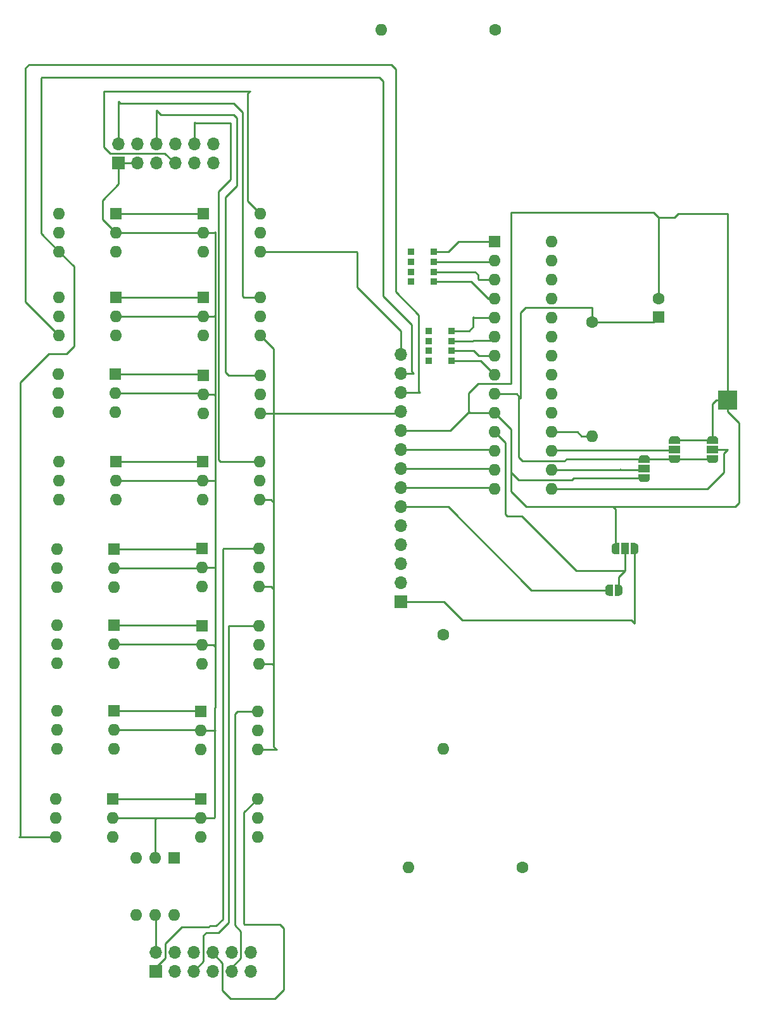
<source format=gbr>
%TF.GenerationSoftware,KiCad,Pcbnew,(5.1.9-0-10_14)*%
%TF.CreationDate,2021-02-14T15:56:36+00:00*%
%TF.ProjectId,solar_mux_1,736f6c61-725f-46d7-9578-5f312e6b6963,rev?*%
%TF.SameCoordinates,Original*%
%TF.FileFunction,Copper,L1,Top*%
%TF.FilePolarity,Positive*%
%FSLAX46Y46*%
G04 Gerber Fmt 4.6, Leading zero omitted, Abs format (unit mm)*
G04 Created by KiCad (PCBNEW (5.1.9-0-10_14)) date 2021-02-14 15:56:36*
%MOMM*%
%LPD*%
G01*
G04 APERTURE LIST*
%TA.AperFunction,ComponentPad*%
%ADD10R,1.600000X1.600000*%
%TD*%
%TA.AperFunction,ComponentPad*%
%ADD11C,1.600000*%
%TD*%
%TA.AperFunction,ComponentPad*%
%ADD12R,1.700000X1.700000*%
%TD*%
%TA.AperFunction,ComponentPad*%
%ADD13O,1.700000X1.700000*%
%TD*%
%TA.AperFunction,SMDPad,CuDef*%
%ADD14C,0.100000*%
%TD*%
%TA.AperFunction,SMDPad,CuDef*%
%ADD15R,1.500000X1.000000*%
%TD*%
%TA.AperFunction,SMDPad,CuDef*%
%ADD16R,1.000000X1.500000*%
%TD*%
%TA.AperFunction,ComponentPad*%
%ADD17O,1.600000X1.600000*%
%TD*%
%TA.AperFunction,SMDPad,CuDef*%
%ADD18R,0.900000X0.900000*%
%TD*%
%TA.AperFunction,SMDPad,CuDef*%
%ADD19R,2.500000X2.500000*%
%TD*%
%TA.AperFunction,Conductor*%
%ADD20C,0.250000*%
%TD*%
G04 APERTURE END LIST*
D10*
%TO.P,C1,1*%
%TO.N,+5V*%
X-185039000Y-124079000D03*
D11*
%TO.P,C1,2*%
%TO.N,GND*%
X-185039000Y-121579000D03*
%TD*%
D12*
%TO.P,J1,1*%
%TO.N,+5V*%
X-219456000Y-162052000D03*
D13*
%TO.P,J1,2*%
%TO.N,+3V3*%
X-219456000Y-159512000D03*
%TO.P,J1,3*%
%TO.N,V_D*%
X-219456000Y-156972000D03*
%TO.P,J1,4*%
%TO.N,SDA*%
X-219456000Y-154432000D03*
%TO.P,J1,5*%
%TO.N,SCL*%
X-219456000Y-151892000D03*
%TO.P,J1,6*%
%TO.N,Net-(J1-Pad6)*%
X-219456000Y-149352000D03*
%TO.P,J1,7*%
%TO.N,MISO*%
X-219456000Y-146812000D03*
%TO.P,J1,8*%
%TO.N,MOSI*%
X-219456000Y-144272000D03*
%TO.P,J1,9*%
%TO.N,SCK*%
X-219456000Y-141732000D03*
%TO.P,J1,10*%
%TO.N,GND*%
X-219456000Y-139192000D03*
%TO.P,J1,11*%
%TO.N,I+*%
X-219456000Y-136652000D03*
%TO.P,J1,12*%
%TO.N,V+*%
X-219456000Y-134112000D03*
%TO.P,J1,13*%
%TO.N,V-*%
X-219456000Y-131572000D03*
%TO.P,J1,14*%
%TO.N,I-*%
X-219456000Y-129032000D03*
%TD*%
D12*
%TO.P,J2,1*%
%TO.N,/I4*%
X-252272800Y-211378800D03*
D13*
%TO.P,J2,2*%
%TO.N,/RSense*%
X-252272800Y-208838800D03*
%TO.P,J2,3*%
%TO.N,/V4*%
X-249732800Y-211378800D03*
%TO.P,J2,4*%
%TO.N,Net-(J2-Pad4)*%
X-249732800Y-208838800D03*
%TO.P,J2,5*%
%TO.N,/I5*%
X-247192800Y-211378800D03*
%TO.P,J2,6*%
%TO.N,/VB*%
X-247192800Y-208838800D03*
%TO.P,J2,7*%
%TO.N,/V5*%
X-244652800Y-211378800D03*
%TO.P,J2,8*%
%TO.N,/IB*%
X-244652800Y-208838800D03*
%TO.P,J2,9*%
%TO.N,/I6*%
X-242112800Y-211378800D03*
%TO.P,J2,10*%
%TO.N,Net-(J2-Pad10)*%
X-242112800Y-208838800D03*
%TO.P,J2,11*%
%TO.N,/V6*%
X-239572800Y-211378800D03*
%TO.P,J2,12*%
%TO.N,Net-(J2-Pad12)*%
X-239572800Y-208838800D03*
%TD*%
%TO.P,J3,12*%
%TO.N,/V3*%
X-244500400Y-100939600D03*
%TO.P,J3,11*%
%TO.N,Net-(J3-Pad11)*%
X-244500400Y-103479600D03*
%TO.P,J3,10*%
%TO.N,/I3*%
X-247040400Y-100939600D03*
%TO.P,J3,9*%
%TO.N,Net-(J3-Pad9)*%
X-247040400Y-103479600D03*
%TO.P,J3,8*%
%TO.N,/V2*%
X-249580400Y-100939600D03*
%TO.P,J3,7*%
%TO.N,/IT*%
X-249580400Y-103479600D03*
%TO.P,J3,6*%
%TO.N,/I2*%
X-252120400Y-100939600D03*
%TO.P,J3,5*%
%TO.N,/VT*%
X-252120400Y-103479600D03*
%TO.P,J3,4*%
%TO.N,/V1*%
X-254660400Y-100939600D03*
%TO.P,J3,3*%
%TO.N,GND*%
X-254660400Y-103479600D03*
%TO.P,J3,2*%
%TO.N,/I1*%
X-257200400Y-100939600D03*
D12*
%TO.P,J3,1*%
%TO.N,GND*%
X-257200400Y-103479600D03*
%TD*%
%TA.AperFunction,SMDPad,CuDef*%
D14*
%TO.P,JP1,1*%
%TO.N,~CS*%
G36*
X-190858000Y-159752600D02*
G01*
X-190358000Y-159752600D01*
X-190358000Y-159753202D01*
X-190333466Y-159753202D01*
X-190284635Y-159758012D01*
X-190236510Y-159767584D01*
X-190189555Y-159781828D01*
X-190144222Y-159800605D01*
X-190100949Y-159823736D01*
X-190060150Y-159850996D01*
X-190022221Y-159882124D01*
X-189987524Y-159916821D01*
X-189956396Y-159954750D01*
X-189929136Y-159995549D01*
X-189906005Y-160038822D01*
X-189887228Y-160084155D01*
X-189872984Y-160131110D01*
X-189863412Y-160179235D01*
X-189858602Y-160228066D01*
X-189858602Y-160252600D01*
X-189858000Y-160252600D01*
X-189858000Y-160752600D01*
X-189858602Y-160752600D01*
X-189858602Y-160777134D01*
X-189863412Y-160825965D01*
X-189872984Y-160874090D01*
X-189887228Y-160921045D01*
X-189906005Y-160966378D01*
X-189929136Y-161009651D01*
X-189956396Y-161050450D01*
X-189987524Y-161088379D01*
X-190022221Y-161123076D01*
X-190060150Y-161154204D01*
X-190100949Y-161181464D01*
X-190144222Y-161204595D01*
X-190189555Y-161223372D01*
X-190236510Y-161237616D01*
X-190284635Y-161247188D01*
X-190333466Y-161251998D01*
X-190358000Y-161251998D01*
X-190358000Y-161252600D01*
X-190858000Y-161252600D01*
X-190858000Y-159752600D01*
G37*
%TD.AperFunction*%
%TA.AperFunction,SMDPad,CuDef*%
%TO.P,JP1,2*%
%TO.N,Net-(J1-Pad6)*%
G36*
X-191658000Y-161251998D02*
G01*
X-191682534Y-161251998D01*
X-191731365Y-161247188D01*
X-191779490Y-161237616D01*
X-191826445Y-161223372D01*
X-191871778Y-161204595D01*
X-191915051Y-161181464D01*
X-191955850Y-161154204D01*
X-191993779Y-161123076D01*
X-192028476Y-161088379D01*
X-192059604Y-161050450D01*
X-192086864Y-161009651D01*
X-192109995Y-160966378D01*
X-192128772Y-160921045D01*
X-192143016Y-160874090D01*
X-192152588Y-160825965D01*
X-192157398Y-160777134D01*
X-192157398Y-160752600D01*
X-192158000Y-160752600D01*
X-192158000Y-160252600D01*
X-192157398Y-160252600D01*
X-192157398Y-160228066D01*
X-192152588Y-160179235D01*
X-192143016Y-160131110D01*
X-192128772Y-160084155D01*
X-192109995Y-160038822D01*
X-192086864Y-159995549D01*
X-192059604Y-159954750D01*
X-192028476Y-159916821D01*
X-191993779Y-159882124D01*
X-191955850Y-159850996D01*
X-191915051Y-159823736D01*
X-191871778Y-159800605D01*
X-191826445Y-159781828D01*
X-191779490Y-159767584D01*
X-191731365Y-159758012D01*
X-191682534Y-159753202D01*
X-191658000Y-159753202D01*
X-191658000Y-159752600D01*
X-191158000Y-159752600D01*
X-191158000Y-161252600D01*
X-191658000Y-161252600D01*
X-191658000Y-161251998D01*
G37*
%TD.AperFunction*%
%TD*%
D15*
%TO.P,JP2,2*%
%TO.N,A0*%
X-177800000Y-141732000D03*
%TA.AperFunction,SMDPad,CuDef*%
D14*
%TO.P,JP2,3*%
%TO.N,GND*%
G36*
X-178549398Y-140432000D02*
G01*
X-178549398Y-140407466D01*
X-178544588Y-140358635D01*
X-178535016Y-140310510D01*
X-178520772Y-140263555D01*
X-178501995Y-140218222D01*
X-178478864Y-140174949D01*
X-178451604Y-140134150D01*
X-178420476Y-140096221D01*
X-178385779Y-140061524D01*
X-178347850Y-140030396D01*
X-178307051Y-140003136D01*
X-178263778Y-139980005D01*
X-178218445Y-139961228D01*
X-178171490Y-139946984D01*
X-178123365Y-139937412D01*
X-178074534Y-139932602D01*
X-178050000Y-139932602D01*
X-178050000Y-139932000D01*
X-177550000Y-139932000D01*
X-177550000Y-139932602D01*
X-177525466Y-139932602D01*
X-177476635Y-139937412D01*
X-177428510Y-139946984D01*
X-177381555Y-139961228D01*
X-177336222Y-139980005D01*
X-177292949Y-140003136D01*
X-177252150Y-140030396D01*
X-177214221Y-140061524D01*
X-177179524Y-140096221D01*
X-177148396Y-140134150D01*
X-177121136Y-140174949D01*
X-177098005Y-140218222D01*
X-177079228Y-140263555D01*
X-177064984Y-140310510D01*
X-177055412Y-140358635D01*
X-177050602Y-140407466D01*
X-177050602Y-140432000D01*
X-177050000Y-140432000D01*
X-177050000Y-140982000D01*
X-178550000Y-140982000D01*
X-178550000Y-140432000D01*
X-178549398Y-140432000D01*
G37*
%TD.AperFunction*%
%TA.AperFunction,SMDPad,CuDef*%
%TO.P,JP2,1*%
%TO.N,+5V*%
G36*
X-177050000Y-142482000D02*
G01*
X-177050000Y-143032000D01*
X-177050602Y-143032000D01*
X-177050602Y-143056534D01*
X-177055412Y-143105365D01*
X-177064984Y-143153490D01*
X-177079228Y-143200445D01*
X-177098005Y-143245778D01*
X-177121136Y-143289051D01*
X-177148396Y-143329850D01*
X-177179524Y-143367779D01*
X-177214221Y-143402476D01*
X-177252150Y-143433604D01*
X-177292949Y-143460864D01*
X-177336222Y-143483995D01*
X-177381555Y-143502772D01*
X-177428510Y-143517016D01*
X-177476635Y-143526588D01*
X-177525466Y-143531398D01*
X-177550000Y-143531398D01*
X-177550000Y-143532000D01*
X-178050000Y-143532000D01*
X-178050000Y-143531398D01*
X-178074534Y-143531398D01*
X-178123365Y-143526588D01*
X-178171490Y-143517016D01*
X-178218445Y-143502772D01*
X-178263778Y-143483995D01*
X-178307051Y-143460864D01*
X-178347850Y-143433604D01*
X-178385779Y-143402476D01*
X-178420476Y-143367779D01*
X-178451604Y-143329850D01*
X-178478864Y-143289051D01*
X-178501995Y-143245778D01*
X-178520772Y-143200445D01*
X-178535016Y-143153490D01*
X-178544588Y-143105365D01*
X-178549398Y-143056534D01*
X-178549398Y-143032000D01*
X-178550000Y-143032000D01*
X-178550000Y-142482000D01*
X-177050000Y-142482000D01*
G37*
%TD.AperFunction*%
%TD*%
%TA.AperFunction,SMDPad,CuDef*%
%TO.P,JP3,1*%
%TO.N,+5V*%
G36*
X-187694000Y-143522000D02*
G01*
X-187694000Y-142972000D01*
X-187693398Y-142972000D01*
X-187693398Y-142947466D01*
X-187688588Y-142898635D01*
X-187679016Y-142850510D01*
X-187664772Y-142803555D01*
X-187645995Y-142758222D01*
X-187622864Y-142714949D01*
X-187595604Y-142674150D01*
X-187564476Y-142636221D01*
X-187529779Y-142601524D01*
X-187491850Y-142570396D01*
X-187451051Y-142543136D01*
X-187407778Y-142520005D01*
X-187362445Y-142501228D01*
X-187315490Y-142486984D01*
X-187267365Y-142477412D01*
X-187218534Y-142472602D01*
X-187194000Y-142472602D01*
X-187194000Y-142472000D01*
X-186694000Y-142472000D01*
X-186694000Y-142472602D01*
X-186669466Y-142472602D01*
X-186620635Y-142477412D01*
X-186572510Y-142486984D01*
X-186525555Y-142501228D01*
X-186480222Y-142520005D01*
X-186436949Y-142543136D01*
X-186396150Y-142570396D01*
X-186358221Y-142601524D01*
X-186323524Y-142636221D01*
X-186292396Y-142674150D01*
X-186265136Y-142714949D01*
X-186242005Y-142758222D01*
X-186223228Y-142803555D01*
X-186208984Y-142850510D01*
X-186199412Y-142898635D01*
X-186194602Y-142947466D01*
X-186194602Y-142972000D01*
X-186194000Y-142972000D01*
X-186194000Y-143522000D01*
X-187694000Y-143522000D01*
G37*
%TD.AperFunction*%
%TA.AperFunction,SMDPad,CuDef*%
%TO.P,JP3,3*%
%TO.N,GND*%
G36*
X-186194602Y-145572000D02*
G01*
X-186194602Y-145596534D01*
X-186199412Y-145645365D01*
X-186208984Y-145693490D01*
X-186223228Y-145740445D01*
X-186242005Y-145785778D01*
X-186265136Y-145829051D01*
X-186292396Y-145869850D01*
X-186323524Y-145907779D01*
X-186358221Y-145942476D01*
X-186396150Y-145973604D01*
X-186436949Y-146000864D01*
X-186480222Y-146023995D01*
X-186525555Y-146042772D01*
X-186572510Y-146057016D01*
X-186620635Y-146066588D01*
X-186669466Y-146071398D01*
X-186694000Y-146071398D01*
X-186694000Y-146072000D01*
X-187194000Y-146072000D01*
X-187194000Y-146071398D01*
X-187218534Y-146071398D01*
X-187267365Y-146066588D01*
X-187315490Y-146057016D01*
X-187362445Y-146042772D01*
X-187407778Y-146023995D01*
X-187451051Y-146000864D01*
X-187491850Y-145973604D01*
X-187529779Y-145942476D01*
X-187564476Y-145907779D01*
X-187595604Y-145869850D01*
X-187622864Y-145829051D01*
X-187645995Y-145785778D01*
X-187664772Y-145740445D01*
X-187679016Y-145693490D01*
X-187688588Y-145645365D01*
X-187693398Y-145596534D01*
X-187693398Y-145572000D01*
X-187694000Y-145572000D01*
X-187694000Y-145022000D01*
X-186194000Y-145022000D01*
X-186194000Y-145572000D01*
X-186194602Y-145572000D01*
G37*
%TD.AperFunction*%
D15*
%TO.P,JP3,2*%
%TO.N,A1*%
X-186944000Y-144272000D03*
%TD*%
%TO.P,JP4,2*%
%TO.N,A2*%
X-182880000Y-141732000D03*
%TA.AperFunction,SMDPad,CuDef*%
D14*
%TO.P,JP4,3*%
%TO.N,GND*%
G36*
X-183629398Y-140432000D02*
G01*
X-183629398Y-140407466D01*
X-183624588Y-140358635D01*
X-183615016Y-140310510D01*
X-183600772Y-140263555D01*
X-183581995Y-140218222D01*
X-183558864Y-140174949D01*
X-183531604Y-140134150D01*
X-183500476Y-140096221D01*
X-183465779Y-140061524D01*
X-183427850Y-140030396D01*
X-183387051Y-140003136D01*
X-183343778Y-139980005D01*
X-183298445Y-139961228D01*
X-183251490Y-139946984D01*
X-183203365Y-139937412D01*
X-183154534Y-139932602D01*
X-183130000Y-139932602D01*
X-183130000Y-139932000D01*
X-182630000Y-139932000D01*
X-182630000Y-139932602D01*
X-182605466Y-139932602D01*
X-182556635Y-139937412D01*
X-182508510Y-139946984D01*
X-182461555Y-139961228D01*
X-182416222Y-139980005D01*
X-182372949Y-140003136D01*
X-182332150Y-140030396D01*
X-182294221Y-140061524D01*
X-182259524Y-140096221D01*
X-182228396Y-140134150D01*
X-182201136Y-140174949D01*
X-182178005Y-140218222D01*
X-182159228Y-140263555D01*
X-182144984Y-140310510D01*
X-182135412Y-140358635D01*
X-182130602Y-140407466D01*
X-182130602Y-140432000D01*
X-182130000Y-140432000D01*
X-182130000Y-140982000D01*
X-183630000Y-140982000D01*
X-183630000Y-140432000D01*
X-183629398Y-140432000D01*
G37*
%TD.AperFunction*%
%TA.AperFunction,SMDPad,CuDef*%
%TO.P,JP4,1*%
%TO.N,+5V*%
G36*
X-182130000Y-142482000D02*
G01*
X-182130000Y-143032000D01*
X-182130602Y-143032000D01*
X-182130602Y-143056534D01*
X-182135412Y-143105365D01*
X-182144984Y-143153490D01*
X-182159228Y-143200445D01*
X-182178005Y-143245778D01*
X-182201136Y-143289051D01*
X-182228396Y-143329850D01*
X-182259524Y-143367779D01*
X-182294221Y-143402476D01*
X-182332150Y-143433604D01*
X-182372949Y-143460864D01*
X-182416222Y-143483995D01*
X-182461555Y-143502772D01*
X-182508510Y-143517016D01*
X-182556635Y-143526588D01*
X-182605466Y-143531398D01*
X-182630000Y-143531398D01*
X-182630000Y-143532000D01*
X-183130000Y-143532000D01*
X-183130000Y-143531398D01*
X-183154534Y-143531398D01*
X-183203365Y-143526588D01*
X-183251490Y-143517016D01*
X-183298445Y-143502772D01*
X-183343778Y-143483995D01*
X-183387051Y-143460864D01*
X-183427850Y-143433604D01*
X-183465779Y-143402476D01*
X-183500476Y-143367779D01*
X-183531604Y-143329850D01*
X-183558864Y-143289051D01*
X-183581995Y-143245778D01*
X-183600772Y-143200445D01*
X-183615016Y-143153490D01*
X-183624588Y-143105365D01*
X-183629398Y-143056534D01*
X-183629398Y-143032000D01*
X-183630000Y-143032000D01*
X-183630000Y-142482000D01*
X-182130000Y-142482000D01*
G37*
%TD.AperFunction*%
%TD*%
%TA.AperFunction,SMDPad,CuDef*%
%TO.P,JP5,1*%
%TO.N,+5V*%
G36*
X-188759400Y-154215400D02*
G01*
X-188209400Y-154215400D01*
X-188209400Y-154216002D01*
X-188184866Y-154216002D01*
X-188136035Y-154220812D01*
X-188087910Y-154230384D01*
X-188040955Y-154244628D01*
X-187995622Y-154263405D01*
X-187952349Y-154286536D01*
X-187911550Y-154313796D01*
X-187873621Y-154344924D01*
X-187838924Y-154379621D01*
X-187807796Y-154417550D01*
X-187780536Y-154458349D01*
X-187757405Y-154501622D01*
X-187738628Y-154546955D01*
X-187724384Y-154593910D01*
X-187714812Y-154642035D01*
X-187710002Y-154690866D01*
X-187710002Y-154715400D01*
X-187709400Y-154715400D01*
X-187709400Y-155215400D01*
X-187710002Y-155215400D01*
X-187710002Y-155239934D01*
X-187714812Y-155288765D01*
X-187724384Y-155336890D01*
X-187738628Y-155383845D01*
X-187757405Y-155429178D01*
X-187780536Y-155472451D01*
X-187807796Y-155513250D01*
X-187838924Y-155551179D01*
X-187873621Y-155585876D01*
X-187911550Y-155617004D01*
X-187952349Y-155644264D01*
X-187995622Y-155667395D01*
X-188040955Y-155686172D01*
X-188087910Y-155700416D01*
X-188136035Y-155709988D01*
X-188184866Y-155714798D01*
X-188209400Y-155714798D01*
X-188209400Y-155715400D01*
X-188759400Y-155715400D01*
X-188759400Y-154215400D01*
G37*
%TD.AperFunction*%
%TA.AperFunction,SMDPad,CuDef*%
%TO.P,JP5,3*%
%TO.N,GND*%
G36*
X-190809400Y-155714798D02*
G01*
X-190833934Y-155714798D01*
X-190882765Y-155709988D01*
X-190930890Y-155700416D01*
X-190977845Y-155686172D01*
X-191023178Y-155667395D01*
X-191066451Y-155644264D01*
X-191107250Y-155617004D01*
X-191145179Y-155585876D01*
X-191179876Y-155551179D01*
X-191211004Y-155513250D01*
X-191238264Y-155472451D01*
X-191261395Y-155429178D01*
X-191280172Y-155383845D01*
X-191294416Y-155336890D01*
X-191303988Y-155288765D01*
X-191308798Y-155239934D01*
X-191308798Y-155215400D01*
X-191309400Y-155215400D01*
X-191309400Y-154715400D01*
X-191308798Y-154715400D01*
X-191308798Y-154690866D01*
X-191303988Y-154642035D01*
X-191294416Y-154593910D01*
X-191280172Y-154546955D01*
X-191261395Y-154501622D01*
X-191238264Y-154458349D01*
X-191211004Y-154417550D01*
X-191179876Y-154379621D01*
X-191145179Y-154344924D01*
X-191107250Y-154313796D01*
X-191066451Y-154286536D01*
X-191023178Y-154263405D01*
X-190977845Y-154244628D01*
X-190930890Y-154230384D01*
X-190882765Y-154220812D01*
X-190833934Y-154216002D01*
X-190809400Y-154216002D01*
X-190809400Y-154215400D01*
X-190259400Y-154215400D01*
X-190259400Y-155715400D01*
X-190809400Y-155715400D01*
X-190809400Y-155714798D01*
G37*
%TD.AperFunction*%
D16*
%TO.P,JP5,2*%
%TO.N,~CS*%
X-189509400Y-154965400D03*
%TD*%
D11*
%TO.P,R1,1*%
%TO.N,Net-(R1-Pad1)*%
X-206883000Y-85725000D03*
D17*
%TO.P,R1,2*%
%TO.N,/TOP*%
X-222123000Y-85725000D03*
%TD*%
%TO.P,R2,2*%
%TO.N,/BOT*%
X-213817200Y-181737000D03*
D11*
%TO.P,R2,1*%
%TO.N,Net-(R2-Pad1)*%
X-213817200Y-166497000D03*
%TD*%
D17*
%TO.P,R3,2*%
%TO.N,Net-(R3-Pad2)*%
X-193929000Y-139954000D03*
D11*
%TO.P,R3,1*%
%TO.N,+5V*%
X-193929000Y-124714000D03*
%TD*%
%TO.P,R4,1*%
%TO.N,Net-(R4-Pad1)*%
X-203250800Y-197535800D03*
D17*
%TO.P,R4,2*%
%TO.N,/V_D_EN*%
X-218490800Y-197535800D03*
%TD*%
D18*
%TO.P,RN1,6*%
%TO.N,Net-(RN1-Pad6)*%
X-212749000Y-128549000D03*
%TO.P,RN1,5*%
%TO.N,Net-(RN1-Pad5)*%
X-212749000Y-129889000D03*
%TO.P,RN1,8*%
%TO.N,Net-(RN1-Pad8)*%
X-212749000Y-125889000D03*
%TO.P,RN1,7*%
%TO.N,Net-(RN1-Pad7)*%
X-212749000Y-127229000D03*
%TO.P,RN1,3*%
%TO.N,Net-(RN1-Pad3)*%
X-215749000Y-128549000D03*
%TO.P,RN1,2*%
%TO.N,/P6*%
X-215749000Y-127229000D03*
%TO.P,RN1,4*%
%TO.N,Net-(RN1-Pad4)*%
X-215749000Y-129889000D03*
%TO.P,RN1,1*%
%TO.N,/P5*%
X-215749000Y-125889000D03*
%TD*%
%TO.P,RN4,1*%
%TO.N,Net-(RN4-Pad1)*%
X-215118820Y-119337840D03*
%TO.P,RN4,4*%
%TO.N,Net-(RN4-Pad4)*%
X-215118820Y-115337840D03*
%TO.P,RN4,2*%
%TO.N,Net-(RN4-Pad2)*%
X-215118820Y-117997840D03*
%TO.P,RN4,3*%
%TO.N,Net-(RN4-Pad3)*%
X-215118820Y-116677840D03*
%TO.P,RN4,7*%
%TO.N,/P3*%
X-218118820Y-117997840D03*
%TO.P,RN4,8*%
%TO.N,/P4*%
X-218118820Y-119337840D03*
%TO.P,RN4,5*%
%TO.N,/P1*%
X-218118820Y-115337840D03*
%TO.P,RN4,6*%
%TO.N,/P2*%
X-218118820Y-116677840D03*
%TD*%
D19*
%TO.P,TP1,1*%
%TO.N,GND*%
X-175768000Y-135128000D03*
%TD*%
D17*
%TO.P,U1,6*%
%TO.N,/VT*%
X-265176000Y-110236000D03*
%TO.P,U1,3*%
%TO.N,Net-(U1-Pad3)*%
X-257556000Y-115316000D03*
%TO.P,U1,5*%
%TO.N,Net-(U1-Pad5)*%
X-265176000Y-112776000D03*
%TO.P,U1,2*%
%TO.N,GND*%
X-257556000Y-112776000D03*
%TO.P,U1,4*%
%TO.N,V-*%
X-265176000Y-115316000D03*
D10*
%TO.P,U1,1*%
%TO.N,/TOP*%
X-257556000Y-110236000D03*
%TD*%
%TO.P,U2,1*%
%TO.N,/P1*%
X-257556000Y-121412000D03*
D17*
%TO.P,U2,4*%
%TO.N,V+*%
X-265176000Y-126492000D03*
%TO.P,U2,2*%
%TO.N,GND*%
X-257556000Y-123952000D03*
%TO.P,U2,5*%
%TO.N,Net-(U2-Pad5)*%
X-265176000Y-123952000D03*
%TO.P,U2,3*%
%TO.N,Net-(U2-Pad3)*%
X-257556000Y-126492000D03*
%TO.P,U2,6*%
%TO.N,/V1*%
X-265176000Y-121412000D03*
%TD*%
%TO.P,U3,6*%
%TO.N,/V2*%
X-265303000Y-131699000D03*
%TO.P,U3,3*%
%TO.N,Net-(U3-Pad3)*%
X-257683000Y-136779000D03*
%TO.P,U3,5*%
%TO.N,Net-(U3-Pad5)*%
X-265303000Y-134239000D03*
%TO.P,U3,2*%
%TO.N,GND*%
X-257683000Y-134239000D03*
%TO.P,U3,4*%
%TO.N,V+*%
X-265303000Y-136779000D03*
D10*
%TO.P,U3,1*%
%TO.N,/P2*%
X-257683000Y-131699000D03*
%TD*%
%TO.P,U4,1*%
%TO.N,/P3*%
X-257619500Y-143383000D03*
D17*
%TO.P,U4,4*%
%TO.N,V+*%
X-265239500Y-148463000D03*
%TO.P,U4,2*%
%TO.N,GND*%
X-257619500Y-145923000D03*
%TO.P,U4,5*%
%TO.N,Net-(U4-Pad5)*%
X-265239500Y-145923000D03*
%TO.P,U4,3*%
%TO.N,Net-(U4-Pad3)*%
X-257619500Y-148463000D03*
%TO.P,U4,6*%
%TO.N,/V3*%
X-265239500Y-143383000D03*
%TD*%
%TO.P,U5,6*%
%TO.N,/V4*%
X-265430000Y-155003500D03*
%TO.P,U5,3*%
%TO.N,Net-(U5-Pad3)*%
X-257810000Y-160083500D03*
%TO.P,U5,5*%
%TO.N,Net-(U5-Pad5)*%
X-265430000Y-157543500D03*
%TO.P,U5,2*%
%TO.N,GND*%
X-257810000Y-157543500D03*
%TO.P,U5,4*%
%TO.N,V+*%
X-265430000Y-160083500D03*
D10*
%TO.P,U5,1*%
%TO.N,/P4*%
X-257810000Y-155003500D03*
%TD*%
%TO.P,U6,1*%
%TO.N,/P5*%
X-257810000Y-165227000D03*
D17*
%TO.P,U6,4*%
%TO.N,V+*%
X-265430000Y-170307000D03*
%TO.P,U6,2*%
%TO.N,GND*%
X-257810000Y-167767000D03*
%TO.P,U6,5*%
%TO.N,Net-(U6-Pad5)*%
X-265430000Y-167767000D03*
%TO.P,U6,3*%
%TO.N,Net-(U6-Pad3)*%
X-257810000Y-170307000D03*
%TO.P,U6,6*%
%TO.N,/V5*%
X-265430000Y-165227000D03*
%TD*%
D10*
%TO.P,U7,1*%
%TO.N,/P6*%
X-257810000Y-176657000D03*
D17*
%TO.P,U7,4*%
%TO.N,V+*%
X-265430000Y-181737000D03*
%TO.P,U7,2*%
%TO.N,GND*%
X-257810000Y-179197000D03*
%TO.P,U7,5*%
%TO.N,Net-(U7-Pad5)*%
X-265430000Y-179197000D03*
%TO.P,U7,3*%
%TO.N,Net-(U7-Pad3)*%
X-257810000Y-181737000D03*
%TO.P,U7,6*%
%TO.N,/V6*%
X-265430000Y-176657000D03*
%TD*%
%TO.P,U10,6*%
%TO.N,/VB*%
X-265633200Y-188417200D03*
%TO.P,U10,3*%
%TO.N,Net-(U10-Pad3)*%
X-258013200Y-193497200D03*
%TO.P,U10,5*%
%TO.N,Net-(U10-Pad5)*%
X-265633200Y-190957200D03*
%TO.P,U10,2*%
%TO.N,GND*%
X-258013200Y-190957200D03*
%TO.P,U10,4*%
%TO.N,V-*%
X-265633200Y-193497200D03*
D10*
%TO.P,U10,1*%
%TO.N,/BOT*%
X-258013200Y-188417200D03*
%TD*%
D17*
%TO.P,U11,6*%
%TO.N,/IT*%
X-238252000Y-110236000D03*
%TO.P,U11,3*%
%TO.N,Net-(U11-Pad3)*%
X-245872000Y-115316000D03*
%TO.P,U11,5*%
%TO.N,Net-(U11-Pad5)*%
X-238252000Y-112776000D03*
%TO.P,U11,2*%
%TO.N,GND*%
X-245872000Y-112776000D03*
%TO.P,U11,4*%
%TO.N,I-*%
X-238252000Y-115316000D03*
D10*
%TO.P,U11,1*%
%TO.N,/TOP*%
X-245872000Y-110236000D03*
%TD*%
%TO.P,U12,1*%
%TO.N,/P1*%
X-245872000Y-121412000D03*
D17*
%TO.P,U12,4*%
%TO.N,I+*%
X-238252000Y-126492000D03*
%TO.P,U12,2*%
%TO.N,GND*%
X-245872000Y-123952000D03*
%TO.P,U12,5*%
%TO.N,Net-(U12-Pad5)*%
X-238252000Y-123952000D03*
%TO.P,U12,3*%
%TO.N,Net-(U12-Pad3)*%
X-245872000Y-126492000D03*
%TO.P,U12,6*%
%TO.N,/I1*%
X-238252000Y-121412000D03*
%TD*%
%TO.P,U13,6*%
%TO.N,/I2*%
X-238252000Y-131826000D03*
%TO.P,U13,3*%
%TO.N,Net-(U13-Pad3)*%
X-245872000Y-136906000D03*
%TO.P,U13,5*%
%TO.N,Net-(U13-Pad5)*%
X-238252000Y-134366000D03*
%TO.P,U13,2*%
%TO.N,GND*%
X-245872000Y-134366000D03*
%TO.P,U13,4*%
%TO.N,I+*%
X-238252000Y-136906000D03*
D10*
%TO.P,U13,1*%
%TO.N,/P2*%
X-245872000Y-131826000D03*
%TD*%
%TO.P,U14,1*%
%TO.N,/P3*%
X-245999000Y-143383000D03*
D17*
%TO.P,U14,4*%
%TO.N,I+*%
X-238379000Y-148463000D03*
%TO.P,U14,2*%
%TO.N,GND*%
X-245999000Y-145923000D03*
%TO.P,U14,5*%
%TO.N,Net-(U14-Pad5)*%
X-238379000Y-145923000D03*
%TO.P,U14,3*%
%TO.N,Net-(U14-Pad3)*%
X-245999000Y-148463000D03*
%TO.P,U14,6*%
%TO.N,/I3*%
X-238379000Y-143383000D03*
%TD*%
%TO.P,U15,6*%
%TO.N,/I4*%
X-238442500Y-154940000D03*
%TO.P,U15,3*%
%TO.N,Net-(U15-Pad3)*%
X-246062500Y-160020000D03*
%TO.P,U15,5*%
%TO.N,Net-(U15-Pad5)*%
X-238442500Y-157480000D03*
%TO.P,U15,2*%
%TO.N,GND*%
X-246062500Y-157480000D03*
%TO.P,U15,4*%
%TO.N,I+*%
X-238442500Y-160020000D03*
D10*
%TO.P,U15,1*%
%TO.N,/P4*%
X-246062500Y-154940000D03*
%TD*%
%TO.P,U16,1*%
%TO.N,/P5*%
X-246062500Y-165290500D03*
D17*
%TO.P,U16,4*%
%TO.N,I+*%
X-238442500Y-170370500D03*
%TO.P,U16,2*%
%TO.N,GND*%
X-246062500Y-167830500D03*
%TO.P,U16,5*%
%TO.N,Net-(U16-Pad5)*%
X-238442500Y-167830500D03*
%TO.P,U16,3*%
%TO.N,Net-(U16-Pad3)*%
X-246062500Y-170370500D03*
%TO.P,U16,6*%
%TO.N,/I5*%
X-238442500Y-165290500D03*
%TD*%
D10*
%TO.P,U17,1*%
%TO.N,/P6*%
X-246227600Y-176733200D03*
D17*
%TO.P,U17,4*%
%TO.N,I+*%
X-238607600Y-181813200D03*
%TO.P,U17,2*%
%TO.N,GND*%
X-246227600Y-179273200D03*
%TO.P,U17,5*%
%TO.N,Net-(U17-Pad5)*%
X-238607600Y-179273200D03*
%TO.P,U17,3*%
%TO.N,Net-(U17-Pad3)*%
X-246227600Y-181813200D03*
%TO.P,U17,6*%
%TO.N,/I6*%
X-238607600Y-176733200D03*
%TD*%
%TO.P,U20,6*%
%TO.N,/IB*%
X-238607600Y-188366400D03*
%TO.P,U20,3*%
%TO.N,Net-(U20-Pad3)*%
X-246227600Y-193446400D03*
%TO.P,U20,5*%
%TO.N,Net-(U20-Pad5)*%
X-238607600Y-190906400D03*
%TO.P,U20,2*%
%TO.N,GND*%
X-246227600Y-190906400D03*
%TO.P,U20,4*%
%TO.N,I-*%
X-238607600Y-193446400D03*
D10*
%TO.P,U20,1*%
%TO.N,/BOT*%
X-246227600Y-188366400D03*
%TD*%
%TO.P,U21,1*%
%TO.N,/V_D_EN*%
X-249783600Y-196265800D03*
D17*
%TO.P,U21,4*%
%TO.N,Net-(U21-Pad4)*%
X-254863600Y-203885800D03*
%TO.P,U21,2*%
%TO.N,GND*%
X-252323600Y-196265800D03*
%TO.P,U21,5*%
%TO.N,/RSense*%
X-252323600Y-203885800D03*
%TO.P,U21,3*%
%TO.N,Net-(U21-Pad3)*%
X-254863600Y-196265800D03*
%TO.P,U21,6*%
%TO.N,V_D*%
X-249783600Y-203885800D03*
%TD*%
D10*
%TO.P,U22,1*%
%TO.N,Net-(RN4-Pad4)*%
X-206938880Y-113979960D03*
D17*
%TO.P,U22,15*%
%TO.N,A0*%
X-199318880Y-146999960D03*
%TO.P,U22,2*%
%TO.N,Net-(RN4-Pad3)*%
X-206938880Y-116519960D03*
%TO.P,U22,16*%
%TO.N,A1*%
X-199318880Y-144459960D03*
%TO.P,U22,3*%
%TO.N,Net-(RN4-Pad2)*%
X-206938880Y-119059960D03*
%TO.P,U22,17*%
%TO.N,A2*%
X-199318880Y-141919960D03*
%TO.P,U22,4*%
%TO.N,Net-(RN4-Pad1)*%
X-206938880Y-121599960D03*
%TO.P,U22,18*%
%TO.N,Net-(R3-Pad2)*%
X-199318880Y-139379960D03*
%TO.P,U22,5*%
%TO.N,Net-(RN1-Pad8)*%
X-206938880Y-124139960D03*
%TO.P,U22,19*%
%TO.N,Net-(U22-Pad19)*%
X-199318880Y-136839960D03*
%TO.P,U22,6*%
%TO.N,Net-(RN1-Pad7)*%
X-206938880Y-126679960D03*
%TO.P,U22,20*%
%TO.N,Net-(U22-Pad20)*%
X-199318880Y-134299960D03*
%TO.P,U22,7*%
%TO.N,Net-(RN1-Pad6)*%
X-206938880Y-129219960D03*
%TO.P,U22,21*%
%TO.N,Net-(R1-Pad1)*%
X-199318880Y-131759960D03*
%TO.P,U22,8*%
%TO.N,Net-(RN1-Pad5)*%
X-206938880Y-131759960D03*
%TO.P,U22,22*%
%TO.N,Net-(R2-Pad1)*%
X-199318880Y-129219960D03*
%TO.P,U22,9*%
%TO.N,+5V*%
X-206938880Y-134299960D03*
%TO.P,U22,23*%
%TO.N,Net-(R4-Pad1)*%
X-199318880Y-126679960D03*
%TO.P,U22,10*%
%TO.N,GND*%
X-206938880Y-136839960D03*
%TO.P,U22,24*%
%TO.N,Net-(U22-Pad24)*%
X-199318880Y-124139960D03*
%TO.P,U22,11*%
%TO.N,~CS*%
X-206938880Y-139379960D03*
%TO.P,U22,25*%
%TO.N,Net-(U22-Pad25)*%
X-199318880Y-121599960D03*
%TO.P,U22,12*%
%TO.N,SCK*%
X-206938880Y-141919960D03*
%TO.P,U22,26*%
%TO.N,Net-(U22-Pad26)*%
X-199318880Y-119059960D03*
%TO.P,U22,13*%
%TO.N,MOSI*%
X-206938880Y-144459960D03*
%TO.P,U22,27*%
%TO.N,Net-(U22-Pad27)*%
X-199318880Y-116519960D03*
%TO.P,U22,14*%
%TO.N,MISO*%
X-206938880Y-146999960D03*
%TO.P,U22,28*%
%TO.N,Net-(U22-Pad28)*%
X-199318880Y-113979960D03*
%TD*%
D20*
%TO.N,I-*%
X-219456000Y-129032000D02*
X-219456000Y-125933200D01*
X-225399600Y-115316000D02*
X-238252000Y-115316000D01*
X-225323400Y-115392200D02*
X-225399600Y-115316000D01*
X-225323400Y-120065800D02*
X-225323400Y-115392200D01*
X-219456000Y-125933200D02*
X-225323400Y-120065800D01*
%TO.N,V-*%
X-219456000Y-131572000D02*
X-217779600Y-131572000D01*
X-267589000Y-112903000D02*
X-265176000Y-115316000D01*
X-267589000Y-92125800D02*
X-267589000Y-112903000D01*
X-267462000Y-91998800D02*
X-267589000Y-92125800D01*
X-222326200Y-91998800D02*
X-267462000Y-91998800D01*
X-221818200Y-92506800D02*
X-222326200Y-91998800D01*
X-221818200Y-121285000D02*
X-221818200Y-92506800D01*
X-218033600Y-125069600D02*
X-221818200Y-121285000D01*
X-218033600Y-131318000D02*
X-218033600Y-125069600D01*
X-217779600Y-131572000D02*
X-218033600Y-131318000D01*
X-265633200Y-193497200D02*
X-270535400Y-193497200D01*
X-263194800Y-117297200D02*
X-265176000Y-115316000D01*
X-263194800Y-127965200D02*
X-263194800Y-117297200D01*
X-264210800Y-128981200D02*
X-263194800Y-127965200D01*
X-266573000Y-128981200D02*
X-264210800Y-128981200D01*
X-270383000Y-132791200D02*
X-266573000Y-128981200D01*
X-270383000Y-193344800D02*
X-270383000Y-132791200D01*
X-270535400Y-193497200D02*
X-270383000Y-193344800D01*
%TO.N,V+*%
X-219456000Y-134112000D02*
X-216941400Y-134112000D01*
X-269671800Y-121996200D02*
X-265176000Y-126492000D01*
X-269671800Y-90805000D02*
X-269671800Y-121996200D01*
X-269214600Y-90347800D02*
X-269671800Y-90805000D01*
X-220751400Y-90347800D02*
X-269214600Y-90347800D01*
X-220167200Y-90932000D02*
X-220751400Y-90347800D01*
X-220167200Y-120650000D02*
X-220167200Y-90932000D01*
X-217068400Y-123748800D02*
X-220167200Y-120650000D01*
X-217068400Y-133985000D02*
X-217068400Y-123748800D01*
X-216941400Y-134112000D02*
X-217068400Y-133985000D01*
%TO.N,I+*%
X-238607600Y-181813200D02*
X-236093000Y-181813200D01*
X-236474000Y-128270000D02*
X-238252000Y-126492000D01*
X-236474000Y-181432200D02*
X-236474000Y-170535600D01*
X-236474000Y-170535600D02*
X-236474000Y-160401000D01*
X-236474000Y-160401000D02*
X-236474000Y-148818600D01*
X-236474000Y-148818600D02*
X-236474000Y-136906000D01*
X-236474000Y-136906000D02*
X-236474000Y-128270000D01*
X-236093000Y-181813200D02*
X-236474000Y-181432200D01*
X-238252000Y-136906000D02*
X-236626400Y-136906000D01*
X-236626400Y-136906000D02*
X-236474000Y-136906000D01*
X-238379000Y-148463000D02*
X-236829600Y-148463000D01*
X-236829600Y-148463000D02*
X-236474000Y-148818600D01*
X-238442500Y-160020000D02*
X-236855000Y-160020000D01*
X-236855000Y-160020000D02*
X-236474000Y-160401000D01*
X-238442500Y-170370500D02*
X-236474000Y-170370500D01*
X-236575600Y-170535600D02*
X-236474000Y-170535600D01*
X-236575600Y-170472100D02*
X-236575600Y-170535600D01*
X-236474000Y-170370500D02*
X-236575600Y-170472100D01*
X-236626400Y-136906000D02*
X-219710000Y-136906000D01*
X-219710000Y-136906000D02*
X-219456000Y-136652000D01*
%TO.N,GND*%
X-206938880Y-136839960D02*
X-210378040Y-136839960D01*
X-185039000Y-110744000D02*
X-185039000Y-121579000D01*
X-185674000Y-110109000D02*
X-185039000Y-110744000D01*
X-204724000Y-110109000D02*
X-185674000Y-110109000D01*
X-204724000Y-132969000D02*
X-204724000Y-110109000D01*
X-209169000Y-132969000D02*
X-204724000Y-132969000D01*
X-210439000Y-134239000D02*
X-209169000Y-132969000D01*
X-210439000Y-136779000D02*
X-210439000Y-134239000D01*
X-210378040Y-136839960D02*
X-210439000Y-136779000D01*
X-177800000Y-140432000D02*
X-177800000Y-135636000D01*
X-177292000Y-135128000D02*
X-175768000Y-135128000D01*
X-177800000Y-135636000D02*
X-177292000Y-135128000D01*
X-182880000Y-140432000D02*
X-177800000Y-140432000D01*
X-186944000Y-145572000D02*
X-196372000Y-145572000D01*
X-196372000Y-145572000D02*
X-196596000Y-145796000D01*
X-196596000Y-145796000D02*
X-203708000Y-145796000D01*
X-203708000Y-145796000D02*
X-204724000Y-144780000D01*
X-204724000Y-139054840D02*
X-206938880Y-136839960D01*
X-204724000Y-144780000D02*
X-204724000Y-139054840D01*
X-175768000Y-135128000D02*
X-175768000Y-136652000D01*
X-204724000Y-147320000D02*
X-204724000Y-144780000D01*
X-202692000Y-149352000D02*
X-204724000Y-147320000D01*
X-174752000Y-149352000D02*
X-175615600Y-149352000D01*
X-175615600Y-149352000D02*
X-191135000Y-149352000D01*
X-191135000Y-149352000D02*
X-202692000Y-149352000D01*
X-174244000Y-148844000D02*
X-174752000Y-149352000D01*
X-174244000Y-138176000D02*
X-174244000Y-148844000D01*
X-175768000Y-136652000D02*
X-174244000Y-138176000D01*
X-175768000Y-135128000D02*
X-175768000Y-110236000D01*
X-182880000Y-110744000D02*
X-184912000Y-110744000D01*
X-182372000Y-110236000D02*
X-182880000Y-110744000D01*
X-175768000Y-110236000D02*
X-182372000Y-110236000D01*
X-257556000Y-112776000D02*
X-245872000Y-112776000D01*
X-219456000Y-139192000D02*
X-212852000Y-139192000D01*
X-212852000Y-139192000D02*
X-210312000Y-136652000D01*
X-258013200Y-190957200D02*
X-252120400Y-190957200D01*
X-252120400Y-190957200D02*
X-246278400Y-190957200D01*
X-246278400Y-190957200D02*
X-246227600Y-190906400D01*
X-257810000Y-179197000D02*
X-246303800Y-179197000D01*
X-246303800Y-179197000D02*
X-246227600Y-179273200D01*
X-257810000Y-167767000D02*
X-246126000Y-167767000D01*
X-246126000Y-167767000D02*
X-246062500Y-167830500D01*
X-257810000Y-157543500D02*
X-246126000Y-157543500D01*
X-246126000Y-157543500D02*
X-246062500Y-157480000D01*
X-257619500Y-145923000D02*
X-245999000Y-145923000D01*
X-257683000Y-134239000D02*
X-245999000Y-134239000D01*
X-245999000Y-134239000D02*
X-245872000Y-134366000D01*
X-257556000Y-123952000D02*
X-245872000Y-123952000D01*
X-244348000Y-190804800D02*
X-244348000Y-179273200D01*
X-244348000Y-179273200D02*
X-244348000Y-176225200D01*
X-244297200Y-176174400D02*
X-244297200Y-168097200D01*
X-244348000Y-176225200D02*
X-244297200Y-176174400D01*
X-244297200Y-168097200D02*
X-244297200Y-157480000D01*
X-244297200Y-157480000D02*
X-244297200Y-145948400D01*
X-244297200Y-145948400D02*
X-244297200Y-134569200D01*
X-244297200Y-134569200D02*
X-244297200Y-123748800D01*
X-244398800Y-112776000D02*
X-245872000Y-112776000D01*
X-244297200Y-123748800D02*
X-244297200Y-112674400D01*
X-244297200Y-112674400D02*
X-244398800Y-112776000D01*
X-245872000Y-123952000D02*
X-244500400Y-123952000D01*
X-244500400Y-123952000D02*
X-244297200Y-123748800D01*
X-245872000Y-134366000D02*
X-244500400Y-134366000D01*
X-244500400Y-134366000D02*
X-244297200Y-134569200D01*
X-245999000Y-145923000D02*
X-244297200Y-145923000D01*
X-244297200Y-145923000D02*
X-244297200Y-145948400D01*
X-246062500Y-157480000D02*
X-244297200Y-157480000D01*
X-244297200Y-157480000D02*
X-244398800Y-157480000D01*
X-244398800Y-157480000D02*
X-244297200Y-157480000D01*
X-246062500Y-167830500D02*
X-244563900Y-167830500D01*
X-244563900Y-167830500D02*
X-244297200Y-168097200D01*
X-246227600Y-179273200D02*
X-244348000Y-179273200D01*
X-244348000Y-179273200D02*
X-244297200Y-179273200D01*
X-244297200Y-179273200D02*
X-244348000Y-179273200D01*
X-246227600Y-190906400D02*
X-244449600Y-190906400D01*
X-244449600Y-190906400D02*
X-244348000Y-190804800D01*
X-257200400Y-103479600D02*
X-254660400Y-103479600D01*
X-252323600Y-196265800D02*
X-252323600Y-191160400D01*
X-252323600Y-191160400D02*
X-252120400Y-190957200D01*
X-257200400Y-103479600D02*
X-257200400Y-106273600D01*
X-259359400Y-110972600D02*
X-257556000Y-112776000D01*
X-259359400Y-108432600D02*
X-259359400Y-110972600D01*
X-257200400Y-106273600D02*
X-259359400Y-108432600D01*
X-190809400Y-154965400D02*
X-190809400Y-149677600D01*
X-190809400Y-149677600D02*
X-191135000Y-149352000D01*
%TO.N,SCK*%
X-219456000Y-141732000D02*
X-207126840Y-141732000D01*
X-207126840Y-141732000D02*
X-206938880Y-141919960D01*
%TO.N,MOSI*%
X-219456000Y-144272000D02*
X-207126840Y-144272000D01*
X-207126840Y-144272000D02*
X-206938880Y-144459960D01*
%TO.N,MISO*%
X-219456000Y-146812000D02*
X-207126840Y-146812000D01*
X-207126840Y-146812000D02*
X-206938880Y-146999960D01*
%TO.N,Net-(J1-Pad6)*%
X-191658000Y-160502600D02*
X-202006200Y-160502600D01*
X-213156800Y-149352000D02*
X-219456000Y-149352000D01*
X-202006200Y-160502600D02*
X-213156800Y-149352000D01*
%TO.N,+5V*%
X-193929000Y-124714000D02*
X-185674000Y-124714000D01*
X-185674000Y-124714000D02*
X-185039000Y-124079000D01*
X-193929000Y-124714000D02*
X-193929000Y-122809000D01*
X-193929000Y-122809000D02*
X-202819000Y-122809000D01*
X-202819000Y-122809000D02*
X-203454000Y-123444000D01*
X-203454000Y-123444000D02*
X-203454000Y-134874000D01*
X-203454000Y-134874000D02*
X-203708000Y-134620000D01*
X-204028040Y-134299960D02*
X-206938880Y-134299960D01*
X-203708000Y-134620000D02*
X-204028040Y-134299960D01*
X-186944000Y-142972000D02*
X-182940000Y-142972000D01*
X-182940000Y-142972000D02*
X-182880000Y-143032000D01*
X-186944000Y-142972000D02*
X-197328000Y-142972000D01*
X-203708000Y-142748000D02*
X-203708000Y-134620000D01*
X-203200000Y-143256000D02*
X-203708000Y-142748000D01*
X-197612000Y-143256000D02*
X-203200000Y-143256000D01*
X-197328000Y-142972000D02*
X-197612000Y-143256000D01*
X-182880000Y-143032000D02*
X-177800000Y-143032000D01*
X-188209400Y-154965400D02*
X-188209400Y-164968400D01*
X-213715600Y-162052000D02*
X-219456000Y-162052000D01*
X-211251800Y-164515800D02*
X-213715600Y-162052000D01*
X-188662000Y-164515800D02*
X-211251800Y-164515800D01*
X-188209400Y-164968400D02*
X-188662000Y-164515800D01*
%TO.N,~CS*%
X-190358000Y-160502600D02*
X-190358000Y-158735000D01*
X-189509400Y-157886400D02*
X-189509400Y-154965400D01*
X-190358000Y-158735000D02*
X-189509400Y-157886400D01*
X-189509400Y-157886400D02*
X-196037200Y-157886400D01*
X-205486000Y-140832840D02*
X-206938880Y-139379960D01*
X-205486000Y-150393400D02*
X-205486000Y-140832840D01*
X-205257400Y-150622000D02*
X-205486000Y-150393400D01*
X-203301600Y-150622000D02*
X-205257400Y-150622000D01*
X-196037200Y-157886400D02*
X-203301600Y-150622000D01*
%TO.N,A0*%
X-177800000Y-141732000D02*
X-175768000Y-141732000D01*
X-178495960Y-146999960D02*
X-199318880Y-146999960D01*
X-176276000Y-144780000D02*
X-178495960Y-146999960D01*
X-176276000Y-142240000D02*
X-176276000Y-144780000D01*
X-175768000Y-141732000D02*
X-176276000Y-142240000D01*
%TO.N,A1*%
X-199318880Y-144459960D02*
X-190500000Y-144459960D01*
X-190500000Y-144459960D02*
X-190179960Y-144459960D01*
X-190179960Y-144459960D02*
X-190119000Y-144399000D01*
X-190500000Y-144459960D02*
X-187131960Y-144459960D01*
X-187131960Y-144459960D02*
X-186944000Y-144272000D01*
%TO.N,A2*%
X-184404000Y-141859000D02*
X-199257920Y-141859000D01*
X-182880000Y-141732000D02*
X-183007000Y-141859000D01*
X-184404000Y-141859000D02*
X-183007000Y-141859000D01*
X-199257920Y-141859000D02*
X-199318880Y-141919960D01*
%TO.N,Net-(RN1-Pad6)*%
X-212749000Y-128549000D02*
X-209779000Y-128549000D01*
X-209108040Y-129219960D02*
X-206938880Y-129219960D01*
X-209779000Y-128549000D02*
X-209108040Y-129219960D01*
%TO.N,Net-(RN1-Pad5)*%
X-212749000Y-129889000D02*
X-208809840Y-129889000D01*
X-208809840Y-129889000D02*
X-206938880Y-131759960D01*
%TO.N,Net-(RN1-Pad8)*%
X-212749000Y-125889000D02*
X-210344000Y-125889000D01*
X-209743040Y-124139960D02*
X-206938880Y-124139960D01*
X-209804000Y-124079000D02*
X-209743040Y-124139960D01*
X-209804000Y-125349000D02*
X-209804000Y-124079000D01*
X-210344000Y-125889000D02*
X-209804000Y-125349000D01*
%TO.N,Net-(RN1-Pad7)*%
X-212749000Y-127229000D02*
X-209829000Y-127229000D01*
X-207462920Y-127204000D02*
X-206938880Y-126679960D01*
X-209804000Y-127204000D02*
X-207462920Y-127204000D01*
X-209829000Y-127229000D02*
X-209804000Y-127204000D01*
%TO.N,/P6*%
X-257810000Y-176657000D02*
X-246303800Y-176657000D01*
X-246303800Y-176657000D02*
X-246227600Y-176733200D01*
%TO.N,/P5*%
X-257810000Y-165227000D02*
X-246126000Y-165227000D01*
X-246126000Y-165227000D02*
X-246062500Y-165290500D01*
%TO.N,/P2*%
X-257683000Y-131699000D02*
X-245999000Y-131699000D01*
X-245999000Y-131699000D02*
X-245872000Y-131826000D01*
%TO.N,/P1*%
X-257556000Y-121412000D02*
X-245872000Y-121412000D01*
%TO.N,/P4*%
X-257810000Y-155003500D02*
X-246126000Y-155003500D01*
X-246126000Y-155003500D02*
X-246062500Y-154940000D01*
%TO.N,/P3*%
X-257619500Y-143383000D02*
X-245999000Y-143383000D01*
%TO.N,Net-(RN4-Pad3)*%
X-215118820Y-116677840D02*
X-207096760Y-116677840D01*
X-207096760Y-116677840D02*
X-206938880Y-116519960D01*
%TO.N,Net-(RN4-Pad2)*%
X-215118820Y-117997840D02*
X-209535160Y-117997840D01*
X-209108040Y-119059960D02*
X-206938880Y-119059960D01*
X-209169000Y-118999000D02*
X-209108040Y-119059960D01*
X-209169000Y-118364000D02*
X-209169000Y-118999000D01*
X-209535160Y-117997840D02*
X-209169000Y-118364000D01*
%TO.N,Net-(RN4-Pad4)*%
X-215118820Y-115337840D02*
X-213127840Y-115337840D01*
X-211769960Y-113979960D02*
X-206938880Y-113979960D01*
X-213127840Y-115337840D02*
X-211769960Y-113979960D01*
%TO.N,Net-(RN4-Pad1)*%
X-215118820Y-119337840D02*
X-210100160Y-119337840D01*
X-207838040Y-121599960D02*
X-206938880Y-121599960D01*
X-210100160Y-119337840D02*
X-207838040Y-121599960D01*
%TO.N,/TOP*%
X-257556000Y-110236000D02*
X-245872000Y-110236000D01*
%TO.N,/BOT*%
X-258013200Y-188417200D02*
X-246278400Y-188417200D01*
X-246278400Y-188417200D02*
X-246227600Y-188366400D01*
%TO.N,/IT*%
X-249580400Y-103479600D02*
X-249732800Y-103479600D01*
X-249732800Y-103479600D02*
X-251053600Y-102158800D01*
X-251053600Y-102158800D02*
X-255244600Y-102158800D01*
X-255244600Y-102158800D02*
X-255295400Y-102209600D01*
X-255295400Y-102209600D02*
X-258318000Y-102209600D01*
X-258318000Y-102209600D02*
X-259156200Y-101371400D01*
X-259156200Y-101371400D02*
X-259156200Y-93903800D01*
X-259156200Y-93903800D02*
X-239649000Y-93903800D01*
X-239928400Y-108559600D02*
X-238252000Y-110236000D01*
X-239928400Y-102819200D02*
X-239928400Y-102971600D01*
X-239928400Y-102971600D02*
X-239928400Y-108559600D01*
X-239928400Y-102971600D02*
X-239928400Y-94183200D01*
X-239928400Y-94183200D02*
X-239649000Y-93903800D01*
%TO.N,/I1*%
X-257200400Y-100939600D02*
X-257200400Y-95275400D01*
X-240487200Y-121412000D02*
X-238252000Y-121412000D01*
X-240665000Y-121234200D02*
X-240487200Y-121412000D01*
X-240665000Y-96672400D02*
X-240665000Y-121234200D01*
X-241808000Y-95529400D02*
X-240665000Y-96672400D01*
X-256946400Y-95529400D02*
X-241808000Y-95529400D01*
X-257200400Y-95275400D02*
X-256946400Y-95529400D01*
%TO.N,/I2*%
X-252120400Y-100939600D02*
X-252120400Y-96418400D01*
X-241833400Y-97002600D02*
X-251536200Y-97002600D01*
X-241376200Y-97459800D02*
X-241833400Y-97002600D01*
X-241376200Y-97459800D02*
X-241376200Y-97891600D01*
X-252120400Y-96418400D02*
X-251536200Y-97002600D01*
X-242544600Y-131826000D02*
X-238252000Y-131826000D01*
X-242951000Y-131419600D02*
X-242544600Y-131826000D01*
X-242951000Y-108077000D02*
X-242951000Y-131419600D01*
X-241376200Y-106502200D02*
X-242951000Y-108077000D01*
X-241376200Y-97764600D02*
X-241376200Y-97891600D01*
X-241376200Y-97891600D02*
X-241376200Y-106502200D01*
%TO.N,/I3*%
X-247040400Y-100939600D02*
X-247040400Y-98069400D01*
X-243586000Y-143383000D02*
X-238379000Y-143383000D01*
X-243847198Y-143121802D02*
X-243586000Y-143383000D01*
X-243847198Y-107296798D02*
X-243847198Y-143121802D01*
X-242239800Y-105689400D02*
X-243847198Y-107296798D01*
X-242239800Y-98120200D02*
X-242239800Y-105689400D01*
X-242214400Y-98094800D02*
X-242239800Y-98120200D01*
X-247015000Y-98094800D02*
X-242214400Y-98094800D01*
X-247040400Y-98069400D02*
X-247015000Y-98094800D01*
%TO.N,/I4*%
X-252272800Y-211378800D02*
X-252272800Y-210921600D01*
X-243179600Y-154940000D02*
X-238442500Y-154940000D01*
X-243306600Y-155067000D02*
X-243179600Y-154940000D01*
X-243306600Y-204470000D02*
X-243306600Y-155067000D01*
X-244195600Y-205359000D02*
X-243306600Y-204470000D01*
X-245008400Y-205359000D02*
X-244195600Y-205359000D01*
X-245135400Y-205486000D02*
X-245008400Y-205359000D01*
X-248793000Y-205486000D02*
X-245135400Y-205486000D01*
X-250977400Y-207670400D02*
X-248793000Y-205486000D01*
X-250977400Y-209626200D02*
X-250977400Y-207670400D01*
X-252272800Y-210921600D02*
X-250977400Y-209626200D01*
%TO.N,/I5*%
X-238442500Y-165290500D02*
X-242506500Y-165290500D01*
X-245897400Y-210083400D02*
X-247192800Y-211378800D01*
X-245897400Y-206629000D02*
X-245897400Y-210083400D01*
X-245491000Y-206222600D02*
X-245897400Y-206629000D01*
X-243865400Y-206222600D02*
X-245491000Y-206222600D01*
X-242519200Y-204876400D02*
X-243865400Y-206222600D01*
X-242519200Y-165303200D02*
X-242519200Y-204876400D01*
X-242506500Y-165290500D02*
X-242519200Y-165303200D01*
%TO.N,/I6*%
X-242112800Y-211378800D02*
X-242112800Y-210870800D01*
X-241350800Y-176733200D02*
X-238607600Y-176733200D01*
X-241681000Y-177063400D02*
X-241350800Y-176733200D01*
X-241681000Y-205232000D02*
X-241681000Y-177063400D01*
X-240868200Y-206044800D02*
X-241681000Y-205232000D01*
X-240868200Y-209626200D02*
X-240868200Y-206044800D01*
X-242112800Y-210870800D02*
X-240868200Y-209626200D01*
%TO.N,/IB*%
X-244652800Y-208838800D02*
X-244652800Y-208991200D01*
X-240436400Y-190195200D02*
X-238607600Y-188366400D01*
X-240436400Y-205105000D02*
X-240436400Y-190195200D01*
X-240385600Y-205155800D02*
X-240436400Y-205105000D01*
X-235661200Y-205155800D02*
X-240385600Y-205155800D01*
X-235127800Y-205689200D02*
X-235661200Y-205155800D01*
X-235127800Y-213842600D02*
X-235127800Y-205689200D01*
X-236347000Y-215061800D02*
X-235127800Y-213842600D01*
X-242214400Y-215061800D02*
X-236347000Y-215061800D01*
X-243332000Y-213944200D02*
X-242214400Y-215061800D01*
X-243332000Y-210312000D02*
X-243332000Y-213944200D01*
X-244652800Y-208991200D02*
X-243332000Y-210312000D01*
%TO.N,/RSense*%
X-252272800Y-208838800D02*
X-252272800Y-203936600D01*
X-252272800Y-203936600D02*
X-252323600Y-203885800D01*
%TO.N,Net-(R3-Pad2)*%
X-199318880Y-139379960D02*
X-195894960Y-139379960D01*
X-195320920Y-139954000D02*
X-193929000Y-139954000D01*
X-195894960Y-139379960D02*
X-195320920Y-139954000D01*
%TD*%
M02*

</source>
